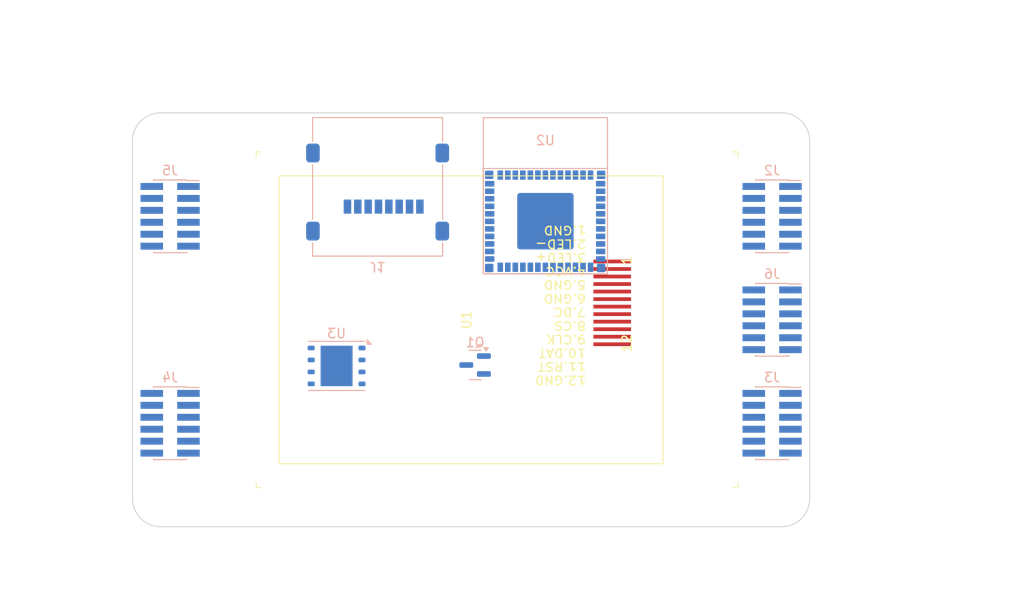
<source format=kicad_pcb>
(kicad_pcb (version 20240108) (generator "pcbnew") (generator_version "8.0")
  (layers (0 "F.Cu" signal) (31 "B.Cu" signal) (34 "B.Paste" user) (35 "F.Paste" user) (36 "B.SilkS" user "B.Silkscreen") (37 "F.SilkS" user "F.Silkscreen") (38 "B.Mask" user) (39 "F.Mask" user) (44 "Edge.Cuts" user))
  (net 0 "")
  (net 4 "GND")
  (net 5 "VCC")
  (net 6 "/SD1_D3")
  (net 7 "/SD1_CMD")
  (net 8 "/SD1_D2")
  (net 9 "/SD1_D0")
  (net 10 "/SD1_D1")
  (net 11 "/SD1_CLK")
  (net 12 "/ips 320x240/IPS_DC")
  (net 13 "/ips 320x240/IPS_RST")
  (net 14 "/ips 320x240/IPS_SDA")
  (net 15 "/ips 320x240/IPS_CS")
  (net 16 "/ips 320x240/IPS_SCL")
  (net 17 "+3V3")
  (net 18 "+5V")
  (net 19 "/ESP32C3-MINI/GND")
  (net 20 "/ESP32C3-MINI/IO4")
  (net 21 "/ESP32C3-MINI/RXD0")
  (net 23 "/ESP32C3-MINI/IO0")
  (net 79 "Net-(Q1-C)")
  (net 80 "Net-(Q1-B)")
  (net 81 "Net-(U1-LEDK)")
  (net 83 "/ESP32C3-MINI/IO18")
  (net 85 "/ESP32C3-MINI/IO1")
  (net 90 "/ESP32C3-MINI/EN")
  (net 93 "/ESP32C3-MINI/IO9")
  (net 96 "/ESP32C3-MINI/TXD0")
  (net 97 "/ESP32C3-MINI/IO19")
  (net 98 "/ESP32C3-MINI/IO6")
  (net 99 "/ESP32C3-MINI/IO3")
  (net 100 "/ESP32C3-MINI/3v3")
  (net 101 "/ESP32C3-MINI/IO7")
  (net 102 "/ESP32C3-MINI/IO8")
  (net 104 "/ESP32C3-MINI/IO10")
  (net 108 "/ESP32C3-MINI/IO5")
  (net 109 "/ESP32C3-MINI/IO2")
  (net 110 "/SPI_Flash/SPI_Flash_MISO")
  (net 111 "/SPI_Flash/SPI_Flash_MOSI")
  (net 112 "/SPI_Flash/SPI_Flash_CLK")
  (net 113 "/SPI_Flash/SPI_Flash_CS")
  (footprint "MountingHole:MountingHole_2.2mm_M2" (layer "F.Cu") (at 168 111)
    (property "Reference" "H4" (hide yes))
    (property "Value" "MountingHole")
    (pad "" np_thru_hole circle (at 0 0) (size 2.2 2.2) (drill 2.2) (layers "F&B.Cu" "*.Mask"))
  )
  (footprint "MountingHole:MountingHole_2.2mm_M2" (layer "F.Cu") (at 102 73)
    (property "Reference" "H1" (hide yes))
    (property "Value" "MountingHole")
    (pad "" np_thru_hole circle (at 0 0) (size 2.2 2.2) (drill 2.2) (layers "F&B.Cu" "*.Mask"))
  )
  (footprint "MountingHole:MountingHole_2.2mm_M2" (layer "F.Cu") (at 102 111)
    (property "Reference" "H2" (hide yes))
    (property "Value" "MountingHole")
    (pad "" np_thru_hole circle (at 0 0) (size 2.2 2.2) (drill 2.2) (layers "F&B.Cu" "*.Mask"))
  )
  (footprint "my_footprint:ips_2.0_240x320_12p" (layer "F.Cu") (at 135 92 90)
    (property "Reference" "U1" (at 0 -0.5 90) (layer "F.SilkS"))
    (property "Value" "~")
    (fp_line (start 17.85 -22.84) (end 17.35 -22.84) (stroke (width 0.1)) (layer "F.SilkS"))
    (fp_line (start 17.85 -22.84) (end 17.85 -22.34) (stroke (width 0.1)) (layer "F.SilkS"))
    (fp_line (start -17.85 -22.84) (end -17.35 -22.84) (stroke (width 0.1)) (layer "F.SilkS"))
    (fp_line (start -17.85 -22.84) (end -17.85 -22.34) (stroke (width 0.1)) (layer "F.SilkS"))
    (fp_line (start 15.3 -20.4) (end 15.3 20.4) (stroke (width 0.1)) (layer "F.SilkS"))
    (fp_line (start -15.3 -20.4) (end 15.3 -20.4) (stroke (width 0.1)) (layer "F.SilkS"))
    (fp_line (start 15.3 20.4) (end -15.3 20.4) (stroke (width 0.1)) (layer "F.SilkS"))
    (fp_line (start -15.3 20.4) (end -15.3 -20.4) (stroke (width 0.1)) (layer "F.SilkS"))
    (fp_line (start 17.85 28.36) (end 17.85 27.86) (stroke (width 0.1)) (layer "F.SilkS"))
    (fp_line (start 17.85 28.36) (end 17.35 28.36) (stroke (width 0.1)) (layer "F.SilkS"))
    (fp_line (start -17.85 28.36) (end -17.85 27.86) (stroke (width 0.1)) (layer "F.SilkS"))
    (fp_line (start -17.85 28.36) (end -17.35 28.36) (stroke (width 0.1)) (layer "F.SilkS"))
    (fp_text user "12" (at -3.556 17.145 90) (layer "F.SilkS") (effects (justify left bottom)))
    (fp_text user "1" (at 5.715 17.145 90) (layer "F.SilkS") (effects (justify left bottom)))
    (fp_text_box "12.GND\n11.RST\n10.DAT\n9.CLK\n8.CS\n7.DC\n6.GND\n5.GND\n4.VCC\n3.LED+\n2.LED-\n1.GND" (start -7.62 4.719) (end 6.096 12.974) (angle 90) (layer "F.SilkS") (effects (font (size 0.9 1)) (justify left top)) (border no))
    (pad "" np_thru_hole circle (at -3.2 19.37 90) (size 1 1) (drill 1) (layers "F&B.Cu" "*.Mask"))
    (pad "" np_thru_hole circle (at 6.81 19.36 90) (size 1 1) (drill 1) (layers "F&B.Cu" "*.Mask"))
    (pad "1" smd rect (at 6.2 15 270) (size 0.4 4) (layers "F.Cu" "F.Paste" "F.Mask") (net 4 "GND"))
    (pad "2" smd rect (at 5.4 15 270) (size 0.4 4) (layers "F.Cu" "F.Paste" "F.Mask") (net 81 "Net-(U1-LEDK)"))
    (pad "3" smd rect (at 4.6 15 270) (size 0.4 4) (layers "F.Cu" "F.Paste" "F.Mask") (net 5 "VCC"))
    (pad "4" smd rect (at 3.8 15 270) (size 0.4 4) (layers "F.Cu" "F.Paste" "F.Mask") (net 5 "VCC"))
    (pad "5" smd rect (at 3 15 270) (size 0.4 4) (layers "F.Cu" "F.Paste" "F.Mask") (net 4 "GND"))
    (pad "6" smd rect (at 2.2 15 270) (size 0.4 4) (layers "F.Cu" "F.Paste" "F.Mask") (net 4 "GND"))
    (pad "7" smd rect (at 1.4 15 270) (size 0.4 4) (layers "F.Cu" "F.Paste" "F.Mask") (net 12 "/ips 320x240/IPS_DC"))
    (pad "8" smd rect (at 0.6 15 270) (size 0.4 4) (layers "F.Cu" "F.Paste" "F.Mask") (net 15 "/ips 320x240/IPS_CS"))
    (pad "9" smd rect (at -0.2 15 270) (size 0.4 4) (layers "F.Cu" "F.Paste" "F.Mask") (net 16 "/ips 320x240/IPS_SCL"))
    (pad "10" smd rect (at -1 15 270) (size 0.4 4) (layers "F.Cu" "F.Paste" "F.Mask") (net 14 "/ips 320x240/IPS_SDA"))
    (pad "11" smd rect (at -1.8 15 270) (size 0.4 4) (layers "F.Cu" "F.Paste" "F.Mask") (net 13 "/ips 320x240/IPS_RST"))
    (pad "12" smd rect (at -2.6 15 270) (size 0.4 4) (layers "F.Cu" "F.Paste" "F.Mask") (net 4 "GND"))
  )
  (footprint "MountingHole:MountingHole_2.2mm_M2" (layer "F.Cu") (at 168 73)
    (property "Reference" "H3" (hide yes))
    (property "Value" "MountingHole")
    (pad "" np_thru_hole circle (at 0 0) (size 2.2 2.2) (drill 2.2) (layers "F&B.Cu" "*.Mask"))
  )
  (footprint "Connector_PinHeader_1.27mm:PinHeader_2x06_P1.27mm_Vertical_SMD" (layer "B.Cu") (at 167 92 180)
    (property "Reference" "J6" (at 0 4.87 180) (layer "B.SilkS") (effects (justify mirror)))
    (property "Value" "Conn_02x06_Odd_Even")
    (fp_line (start 1.765 3.87) (end -1.765 3.87) (stroke (width 0.12)) (layer "B.SilkS"))
    (fp_line (start 1.765 3.805) (end 1.765 3.87) (stroke (width 0.12)) (layer "B.SilkS"))
    (fp_line (start 1.765 -3.87) (end 1.765 -3.805) (stroke (width 0.12)) (layer "B.SilkS"))
    (fp_line (start 1.765 -3.87) (end -1.765 -3.87) (stroke (width 0.12)) (layer "B.SilkS"))
    (fp_line (start -1.765 3.805) (end -1.765 3.87) (stroke (width 0.12)) (layer "B.SilkS"))
    (fp_line (start -1.765 3.805) (end -3.09 3.805) (stroke (width 0.12)) (layer "B.SilkS"))
    (fp_line (start -1.765 -3.87) (end -1.765 -3.805) (stroke (width 0.12)) (layer "B.SilkS"))
    (pad "1" smd rect (at -1.95 3.175 180) (size 2.4 0.74) (layers "B.Cu" "B.Paste" "B.Mask"))
    (pad "2" smd rect (at 1.95 3.175 180) (size 2.4 0.74) (layers "B.Cu" "B.Paste" "B.Mask"))
    (pad "3" smd rect (at -1.95 1.905 180) (size 2.4 0.74) (layers "B.Cu" "B.Paste" "B.Mask"))
    (pad "4" smd rect (at 1.95 1.905 180) (size 2.4 0.74) (layers "B.Cu" "B.Paste" "B.Mask"))
    (pad "5" smd rect (at -1.95 0.635 180) (size 2.4 0.74) (layers "B.Cu" "B.Paste" "B.Mask"))
    (pad "6" smd rect (at 1.95 0.635 180) (size 2.4 0.74) (layers "B.Cu" "B.Paste" "B.Mask"))
    (pad "7" smd rect (at -1.95 -0.635 180) (size 2.4 0.74) (layers "B.Cu" "B.Paste" "B.Mask"))
    (pad "8" smd rect (at 1.95 -0.635 180) (size 2.4 0.74) (layers "B.Cu" "B.Paste" "B.Mask"))
    (pad "9" smd rect (at -1.95 -1.905 180) (size 2.4 0.74) (layers "B.Cu" "B.Paste" "B.Mask"))
    (pad "10" smd rect (at 1.95 -1.905 180) (size 2.4 0.74) (layers "B.Cu" "B.Paste" "B.Mask"))
    (pad "11" smd rect (at -1.95 -3.175 180) (size 2.4 0.74) (layers "B.Cu" "B.Paste" "B.Mask"))
    (pad "12" smd rect (at 1.95 -3.175 180) (size 2.4 0.74) (layers "B.Cu" "B.Paste" "B.Mask"))
  )
  (footprint "Connector_PinHeader_1.27mm:PinHeader_2x06_P1.27mm_Vertical_SMD" (layer "B.Cu") (at 103 103 180)
    (property "Reference" "J4" (at 0 4.87 180) (layer "B.SilkS") (effects (justify mirror)))
    (property "Value" "Conn_02x06_Odd_Even")
    (fp_line (start 1.765 3.87) (end -1.765 3.87) (stroke (width 0.12)) (layer "B.SilkS"))
    (fp_line (start 1.765 3.805) (end 1.765 3.87) (stroke (width 0.12)) (layer "B.SilkS"))
    (fp_line (start 1.765 -3.87) (end 1.765 -3.805) (stroke (width 0.12)) (layer "B.SilkS"))
    (fp_line (start 1.765 -3.87) (end -1.765 -3.87) (stroke (width 0.12)) (layer "B.SilkS"))
    (fp_line (start -1.765 3.805) (end -1.765 3.87) (stroke (width 0.12)) (layer "B.SilkS"))
    (fp_line (start -1.765 3.805) (end -3.09 3.805) (stroke (width 0.12)) (layer "B.SilkS"))
    (fp_line (start -1.765 -3.87) (end -1.765 -3.805) (stroke (width 0.12)) (layer "B.SilkS"))
    (pad "1" smd rect (at -1.95 3.175 180) (size 2.4 0.74) (layers "B.Cu" "B.Paste" "B.Mask"))
    (pad "2" smd rect (at 1.95 3.175 180) (size 2.4 0.74) (layers "B.Cu" "B.Paste" "B.Mask"))
    (pad "3" smd rect (at -1.95 1.905 180) (size 2.4 0.74) (layers "B.Cu" "B.Paste" "B.Mask"))
    (pad "4" smd rect (at 1.95 1.905 180) (size 2.4 0.74) (layers "B.Cu" "B.Paste" "B.Mask"))
    (pad "5" smd rect (at -1.95 0.635 180) (size 2.4 0.74) (layers "B.Cu" "B.Paste" "B.Mask"))
    (pad "6" smd rect (at 1.95 0.635 180) (size 2.4 0.74) (layers "B.Cu" "B.Paste" "B.Mask"))
    (pad "7" smd rect (at -1.95 -0.635 180) (size 2.4 0.74) (layers "B.Cu" "B.Paste" "B.Mask"))
    (pad "8" smd rect (at 1.95 -0.635 180) (size 2.4 0.74) (layers "B.Cu" "B.Paste" "B.Mask"))
    (pad "9" smd rect (at -1.95 -1.905 180) (size 2.4 0.74) (layers "B.Cu" "B.Paste" "B.Mask"))
    (pad "10" smd rect (at 1.95 -1.905 180) (size 2.4 0.74) (layers "B.Cu" "B.Paste" "B.Mask"))
    (pad "11" smd rect (at -1.95 -3.175 180) (size 2.4 0.74) (layers "B.Cu" "B.Paste" "B.Mask"))
    (pad "12" smd rect (at 1.95 -3.175 180) (size 2.4 0.74) (layers "B.Cu" "B.Paste" "B.Mask"))
  )
  (footprint "Connector_PinHeader_1.27mm:PinHeader_2x06_P1.27mm_Vertical_SMD" (layer "B.Cu") (at 167 81 180)
    (property "Reference" "J2" (at 0 4.87 180) (layer "B.SilkS") (effects (justify mirror)))
    (property "Value" "Conn_02x06_Odd_Even")
    (fp_line (start 1.765 3.87) (end -1.765 3.87) (stroke (width 0.12)) (layer "B.SilkS"))
    (fp_line (start 1.765 3.805) (end 1.765 3.87) (stroke (width 0.12)) (layer "B.SilkS"))
    (fp_line (start 1.765 -3.87) (end 1.765 -3.805) (stroke (width 0.12)) (layer "B.SilkS"))
    (fp_line (start 1.765 -3.87) (end -1.765 -3.87) (stroke (width 0.12)) (layer "B.SilkS"))
    (fp_line (start -1.765 3.805) (end -1.765 3.87) (stroke (width 0.12)) (layer "B.SilkS"))
    (fp_line (start -1.765 3.805) (end -3.09 3.805) (stroke (width 0.12)) (layer "B.SilkS"))
    (fp_line (start -1.765 -3.87) (end -1.765 -3.805) (stroke (width 0.12)) (layer "B.SilkS"))
    (pad "1" smd rect (at -1.95 3.175 180) (size 2.4 0.74) (layers "B.Cu" "B.Paste" "B.Mask"))
    (pad "2" smd rect (at 1.95 3.175 180) (size 2.4 0.74) (layers "B.Cu" "B.Paste" "B.Mask"))
    (pad "3" smd rect (at -1.95 1.905 180) (size 2.4 0.74) (layers "B.Cu" "B.Paste" "B.Mask"))
    (pad "4" smd rect (at 1.95 1.905 180) (size 2.4 0.74) (layers "B.Cu" "B.Paste" "B.Mask"))
    (pad "5" smd rect (at -1.95 0.635 180) (size 2.4 0.74) (layers "B.Cu" "B.Paste" "B.Mask"))
    (pad "6" smd rect (at 1.95 0.635 180) (size 2.4 0.74) (layers "B.Cu" "B.Paste" "B.Mask"))
    (pad "7" smd rect (at -1.95 -0.635 180) (size 2.4 0.74) (layers "B.Cu" "B.Paste" "B.Mask"))
    (pad "8" smd rect (at 1.95 -0.635 180) (size 2.4 0.74) (layers "B.Cu" "B.Paste" "B.Mask"))
    (pad "9" smd rect (at -1.95 -1.905 180) (size 2.4 0.74) (layers "B.Cu" "B.Paste" "B.Mask") (net 17 "+3V3"))
    (pad "10" smd rect (at 1.95 -1.905 180) (size 2.4 0.74) (layers "B.Cu" "B.Paste" "B.Mask") (net 18 "+5V"))
    (pad "11" smd rect (at -1.95 -3.175 180) (size 2.4 0.74) (layers "B.Cu" "B.Paste" "B.Mask") (net 4 "GND"))
    (pad "12" smd rect (at 1.95 -3.175 180) (size 2.4 0.74) (layers "B.Cu" "B.Paste" "B.Mask") (net 4 "GND"))
  )
  (footprint "Connector_PinHeader_1.27mm:PinHeader_2x06_P1.27mm_Vertical_SMD" (layer "B.Cu") (at 103 81 180)
    (property "Reference" "J5" (at 0 4.87 180) (layer "B.SilkS") (effects (justify mirror)))
    (property "Value" "Conn_02x06_Odd_Even")
    (fp_line (start 1.765 3.87) (end -1.765 3.87) (stroke (width 0.12)) (layer "B.SilkS"))
    (fp_line (start 1.765 3.805) (end 1.765 3.87) (stroke (width 0.12)) (layer "B.SilkS"))
    (fp_line (start 1.765 -3.87) (end 1.765 -3.805) (stroke (width 0.12)) (layer "B.SilkS"))
    (fp_line (start 1.765 -3.87) (end -1.765 -3.87) (stroke (width 0.12)) (layer "B.SilkS"))
    (fp_line (start -1.765 3.805) (end -1.765 3.87) (stroke (width 0.12)) (layer "B.SilkS"))
    (fp_line (start -1.765 3.805) (end -3.09 3.805) (stroke (width 0.12)) (layer "B.SilkS"))
    (fp_line (start -1.765 -3.87) (end -1.765 -3.805) (stroke (width 0.12)) (layer "B.SilkS"))
    (pad "1" smd rect (at -1.95 3.175 180) (size 2.4 0.74) (layers "B.Cu" "B.Paste" "B.Mask"))
    (pad "2" smd rect (at 1.95 3.175 180) (size 2.4 0.74) (layers "B.Cu" "B.Paste" "B.Mask"))
    (pad "3" smd rect (at -1.95 1.905 180) (size 2.4 0.74) (layers "B.Cu" "B.Paste" "B.Mask"))
    (pad "4" smd rect (at 1.95 1.905 180) (size 2.4 0.74) (layers "B.Cu" "B.Paste" "B.Mask"))
    (pad "5" smd rect (at -1.95 0.635 180) (size 2.4 0.74) (layers "B.Cu" "B.Paste" "B.Mask"))
    (pad "6" smd rect (at 1.95 0.635 180) (size 2.4 0.74) (layers "B.Cu" "B.Paste" "B.Mask"))
    (pad "7" smd rect (at -1.95 -0.635 180) (size 2.4 0.74) (layers "B.Cu" "B.Paste" "B.Mask"))
    (pad "8" smd rect (at 1.95 -0.635 180) (size 2.4 0.74) (layers "B.Cu" "B.Paste" "B.Mask"))
    (pad "9" smd rect (at -1.95 -1.905 180) (size 2.4 0.74) (layers "B.Cu" "B.Paste" "B.Mask"))
    (pad "10" smd rect (at 1.95 -1.905 180) (size 2.4 0.74) (layers "B.Cu" "B.Paste" "B.Mask"))
    (pad "11" smd rect (at -1.95 -3.175 180) (size 2.4 0.74) (layers "B.Cu" "B.Paste" "B.Mask"))
    (pad "12" smd rect (at 1.95 -3.175 180) (size 2.4 0.74) (layers "B.Cu" "B.Paste" "B.Mask"))
  )
  (footprint "Connector_PinHeader_1.27mm:PinHeader_2x06_P1.27mm_Vertical_SMD" (layer "B.Cu") (at 167 103 180)
    (property "Reference" "J3" (at 0 4.87 180) (layer "B.SilkS") (effects (justify mirror)))
    (property "Value" "Conn_02x06_Odd_Even")
    (fp_line (start 1.765 3.87) (end -1.765 3.87) (stroke (width 0.12)) (layer "B.SilkS"))
    (fp_line (start 1.765 3.805) (end 1.765 3.87) (stroke (width 0.12)) (layer "B.SilkS"))
    (fp_line (start 1.765 -3.87) (end 1.765 -3.805) (stroke (width 0.12)) (layer "B.SilkS"))
    (fp_line (start 1.765 -3.87) (end -1.765 -3.87) (stroke (width 0.12)) (layer "B.SilkS"))
    (fp_line (start -1.765 3.805) (end -1.765 3.87) (stroke (width 0.12)) (layer "B.SilkS"))
    (fp_line (start -1.765 3.805) (end -3.09 3.805) (stroke (width 0.12)) (layer "B.SilkS"))
    (fp_line (start -1.765 -3.87) (end -1.765 -3.805) (stroke (width 0.12)) (layer "B.SilkS"))
    (pad "1" smd rect (at -1.95 3.175 180) (size 2.4 0.74) (layers "B.Cu" "B.Paste" "B.Mask"))
    (pad "2" smd rect (at 1.95 3.175 180) (size 2.4 0.74) (layers "B.Cu" "B.Paste" "B.Mask"))
    (pad "3" smd rect (at -1.95 1.905 180) (size 2.4 0.74) (layers "B.Cu" "B.Paste" "B.Mask"))
    (pad "4" smd rect (at 1.95 1.905 180) (size 2.4 0.74) (layers "B.Cu" "B.Paste" "B.Mask"))
    (pad "5" smd rect (at -1.95 0.635 180) (size 2.4 0.74) (layers "B.Cu" "B.Paste" "B.Mask"))
    (pad "6" smd rect (at 1.95 0.635 180) (size 2.4 0.74) (layers "B.Cu" "B.Paste" "B.Mask"))
    (pad "7" smd rect (at -1.95 -0.635 180) (size 2.4 0.74) (layers "B.Cu" "B.Paste" "B.Mask"))
    (pad "8" smd rect (at 1.95 -0.635 180) (size 2.4 0.74) (layers "B.Cu" "B.Paste" "B.Mask"))
    (pad "9" smd rect (at -1.95 -1.905 180) (size 2.4 0.74) (layers "B.Cu" "B.Paste" "B.Mask"))
    (pad "10" smd rect (at 1.95 -1.905 180) (size 2.4 0.74) (layers "B.Cu" "B.Paste" "B.Mask"))
    (pad "11" smd rect (at -1.95 -3.175 180) (size 2.4 0.74) (layers "B.Cu" "B.Paste" "B.Mask"))
    (pad "12" smd rect (at 1.95 -3.175 180) (size 2.4 0.74) (layers "B.Cu" "B.Paste" "B.Mask"))
  )
  (footprint "my_chips:esp32-c3-mini-1" (layer "B.Cu") (at 142.9 70.5145 180)
    (property "Reference" "U2" (at 0 -2.413 0) (layer "B.SilkS") (effects (justify mirror)))
    (property "Value" "esp32-c3-mini-1")
    (fp_rect (start 6.6 -16.6) (end -6.6 0) (stroke (width 0.12)) (fill none) (layer "B.SilkS"))
    (fp_rect (start 6.6 -16.6) (end -6.6 -5.4) (stroke (width 0.12)) (fill none) (layer "B.SilkS"))
    (pad "1" smd roundrect (at -5.875 -7.02 180) (size 1 0.6) (layers "B.Cu" "B.Paste" "B.Mask") (roundrect_rratio 0.1333333333) (net 19 "/ESP32C3-MINI/GND"))
    (pad "2" smd roundrect (at -5.875 -7.82 180) (size 1 0.6) (layers "B.Cu" "B.Paste" "B.Mask") (roundrect_rratio 0.1333333333) (net 19 "/ESP32C3-MINI/GND"))
    (pad "3" smd roundrect (at -5.875 -8.62 180) (size 1 0.6) (layers "B.Cu" "B.Paste" "B.Mask") (roundrect_rratio 0.1333333333) (net 100 "/ESP32C3-MINI/3v3"))
    (pad "4" smd roundrect (at -5.875 -9.42 180) (size 1 0.6) (layers "B.Cu" "B.Paste" "B.Mask") (roundrect_rratio 0.1333333333))
    (pad "5" smd roundrect (at -5.875 -10.22 180) (size 1 0.6) (layers "B.Cu" "B.Paste" "B.Mask") (roundrect_rratio 0.1333333333) (net 109 "/ESP32C3-MINI/IO2"))
    (pad "6" smd roundrect (at -5.875 -11.02 180) (size 1 0.6) (layers "B.Cu" "B.Paste" "B.Mask") (roundrect_rratio 0.1333333333) (net 99 "/ESP32C3-MINI/IO3"))
    (pad "7" smd roundrect (at -5.875 -11.82 180) (size 1 0.6) (layers "B.Cu" "B.Paste" "B.Mask") (roundrect_rratio 0.1333333333))
    (pad "8" smd roundrect (at -5.875 -12.62 180) (size 1 0.6) (layers "B.Cu" "B.Paste" "B.Mask") (roundrect_rratio 0.1333333333) (net 90 "/ESP32C3-MINI/EN"))
    (pad "9" smd roundrect (at -5.875 -13.42 180) (size 1 0.6) (layers "B.Cu" "B.Paste" "B.Mask") (roundrect_rratio 0.1333333333))
    (pad "10" smd roundrect (at -5.875 -14.22 180) (size 1 0.6) (layers "B.Cu" "B.Paste" "B.Mask") (roundrect_rratio 0.1333333333))
    (pad "11" smd roundrect (at -5.875 -15.02 180) (size 1 0.6) (layers "B.Cu" "B.Paste" "B.Mask") (roundrect_rratio 0.1333333333) (net 19 "/ESP32C3-MINI/GND"))
    (pad "12" smd roundrect (at -4.8 -15.9 90) (size 1 0.6) (layers "B.Cu" "B.Paste" "B.Mask") (roundrect_rratio 0.1333333333) (net 23 "/ESP32C3-MINI/IO0"))
    (pad "13" smd roundrect (at -4 -15.9 90) (size 1 0.6) (layers "B.Cu" "B.Paste" "B.Mask") (roundrect_rratio 0.1333333333) (net 85 "/ESP32C3-MINI/IO1"))
    (pad "14" smd roundrect (at -3.2 -15.9 90) (size 1 0.6) (layers "B.Cu" "B.Paste" "B.Mask") (roundrect_rratio 0.1333333333) (net 19 "/ESP32C3-MINI/GND"))
    (pad "15" smd roundrect (at -2.4 -15.9 90) (size 1 0.6) (layers "B.Cu" "B.Paste" "B.Mask") (roundrect_rratio 0.1333333333))
    (pad "16" smd roundrect (at -1.6 -15.9 90) (size 1 0.6) (layers "B.Cu" "B.Paste" "B.Mask") (roundrect_rratio 0.1333333333) (net 104 "/ESP32C3-MINI/IO10"))
    (pad "17" smd roundrect (at -0.8 -15.9 90) (size 1 0.6) (layers "B.Cu" "B.Paste" "B.Mask") (roundrect_rratio 0.1333333333))
    (pad "18" smd roundrect (at 0 -15.9 90) (size 1 0.6) (layers "B.Cu" "B.Paste" "B.Mask") (roundrect_rratio 0.1333333333) (net 20 "/ESP32C3-MINI/IO4"))
    (pad "19" smd roundrect (at 0.8 -15.9 90) (size 1 0.6) (layers "B.Cu" "B.Paste" "B.Mask") (roundrect_rratio 0.1333333333) (net 108 "/ESP32C3-MINI/IO5"))
    (pad "20" smd roundrect (at 1.6 -15.9 90) (size 1 0.6) (layers "B.Cu" "B.Paste" "B.Mask") (roundrect_rratio 0.1333333333) (net 98 "/ESP32C3-MINI/IO6"))
    (pad "21" smd roundrect (at 2.4 -15.9 90) (size 1 0.6) (layers "B.Cu" "B.Paste" "B.Mask") (roundrect_rratio 0.1333333333) (net 101 "/ESP32C3-MINI/IO7"))
    (pad "22" smd roundrect (at 3.2 -15.9 90) (size 1 0.6) (layers "B.Cu" "B.Paste" "B.Mask") (roundrect_rratio 0.1333333333) (net 102 "/ESP32C3-MINI/IO8"))
    (pad "23" smd roundrect (at 4 -15.9 90) (size 1 0.6) (layers "B.Cu" "B.Paste" "B.Mask") (roundrect_rratio 0.1333333333) (net 93 "/ESP32C3-MINI/IO9"))
    (pad "24" smd roundrect (at 4.8 -15.9 90) (size 1 0.6) (layers "B.Cu" "B.Paste" "B.Mask") (roundrect_rratio 0.1333333333))
    (pad "25" smd roundrect (at 5.925 -15.02 180) (size 1 0.6) (layers "B.Cu" "B.Paste" "B.Mask") (roundrect_rratio 0.1333333333))
    (pad "26" smd roundrect (at 5.925 -14.22 180) (size 1 0.6) (layers "B.Cu" "B.Paste" "B.Mask") (roundrect_rratio 0.1333333333) (net 83 "/ESP32C3-MINI/IO18"))
    (pad "27" smd roundrect (at 5.925 -13.42 180) (size 1 0.6) (layers "B.Cu" "B.Paste" "B.Mask") (roundrect_rratio 0.1333333333) (net 97 "/ESP32C3-MINI/IO19"))
    (pad "28" smd roundrect (at 5.925 -12.62 180) (size 1 0.6) (layers "B.Cu" "B.Paste" "B.Mask") (roundrect_rratio 0.1333333333))
    (pad "29" smd roundrect (at 5.925 -11.82 180) (size 1 0.6) (layers "B.Cu" "B.Paste" "B.Mask") (roundrect_rratio 0.1333333333))
    (pad "30" smd roundrect (at 5.925 -11.02 180) (size 1 0.6) (layers "B.Cu" "B.Paste" "B.Mask") (roundrect_rratio 0.1333333333) (net 21 "/ESP32C3-MINI/RXD0"))
    (pad "31" smd roundrect (at 5.925 -10.22 180) (size 1 0.6) (layers "B.Cu" "B.Paste" "B.Mask") (roundrect_rratio 0.1333333333) (net 96 "/ESP32C3-MINI/TXD0"))
    (pad "32" smd roundrect (at 5.925 -9.42 180) (size 1 0.6) (layers "B.Cu" "B.Paste" "B.Mask") (roundrect_rratio 0.1333333333))
    (pad "33" smd roundrect (at 5.925 -8.62 180) (size 1 0.6) (layers "B.Cu" "B.Paste" "B.Mask") (roundrect_rratio 0.1333333333))
    (pad "34" smd roundrect (at 5.925 -7.82 180) (size 1 0.6) (layers "B.Cu" "B.Paste" "B.Mask") (roundrect_rratio 0.1333333333))
    (pad "35" smd roundrect (at 5.925 -7.02 180) (size 1 0.6) (layers "B.Cu" "B.Paste" "B.Mask") (roundrect_rratio 0.1333333333))
    (pad "36" smd roundrect (at 4.8 -6.1 90) (size 1 0.6) (layers "B.Cu" "B.Paste" "B.Mask") (roundrect_rratio 0.1333333333) (net 19 "/ESP32C3-MINI/GND"))
    (pad "37" smd roundrect (at 4 -6.1 90) (size 1 0.6) (layers "B.Cu" "B.Paste" "B.Mask") (roundrect_rratio 0.1333333333) (net 19 "/ESP32C3-MINI/GND"))
    (pad "38" smd roundrect (at 3.2 -6.1 90) (size 1 0.6) (layers "B.Cu" "B.Paste" "B.Mask") (roundrect_rratio 0.1333333333) (net 19 "/ESP32C3-MINI/GND"))
    (pad "39" smd roundrect (at 2.4 -6.1 90) (size 1 0.6) (layers "B.Cu" "B.Paste" "B.Mask") (roundrect_rratio 0.1333333333) (net 19 "/ESP32C3-MINI/GND"))
    (pad "40" smd roundrect (at 1.6 -6.1 90) (size 1 0.6) (layers "B.Cu" "B.Paste" "B.Mask") (roundrect_rratio 0.1333333333) (net 19 "/ESP32C3-MINI/GND"))
    (pad "41" smd roundrect (at 0.8 -6.1 90) (size 1 0.6) (layers "B.Cu" "B.Paste" "B.Mask") (roundrect_rratio 0.1333333333) (net 19 "/ESP32C3-MINI/GND"))
    (pad "42" smd roundrect (at 0 -6.1 90) (size 1 0.6) (layers "B.Cu" "B.Paste" "B.Mask") (roundrect_rratio 0.1333333333) (net 19 "/ESP32C3-MINI/GND"))
    (pad "43" smd roundrect (at -0.8 -6.1 90) (size 1 0.6) (layers "B.Cu" "B.Paste" "B.Mask") (roundrect_rratio 0.1333333333) (net 19 "/ESP32C3-MINI/GND"))
    (pad "44" smd roundrect (at -1.6 -6.1 90) (size 1 0.6) (layers "B.Cu" "B.Paste" "B.Mask") (roundrect_rratio 0.1333333333) (net 19 "/ESP32C3-MINI/GND"))
    (pad "45" smd roundrect (at -2.4 -6.1 90) (size 1 0.6) (layers "B.Cu" "B.Paste" "B.Mask") (roundrect_rratio 0.1333333333) (net 19 "/ESP32C3-MINI/GND"))
    (pad "46" smd roundrect (at -3.2 -6.1 90) (size 1 0.6) (layers "B.Cu" "B.Paste" "B.Mask") (roundrect_rratio 0.1333333333) (net 19 "/ESP32C3-MINI/GND"))
    (pad "47" smd roundrect (at -4 -6.1 90) (size 1 0.6) (layers "B.Cu" "B.Paste" "B.Mask") (roundrect_rratio 0.1333333333) (net 19 "/ESP32C3-MINI/GND"))
    (pad "48" smd roundrect (at -4.8 -6.1 90) (size 1 0.6) (layers "B.Cu" "B.Paste" "B.Mask") (roundrect_rratio 0.1333333333) (net 19 "/ESP32C3-MINI/GND"))
    (pad "49" smd roundrect (at 0 -11 180) (size 6 6) (layers "B.Cu" "B.Paste" "B.Mask") (roundrect_rratio 0.05263157895) (net 19 "/ESP32C3-MINI/GND"))
    (pad "50" smd roundrect (at 5.975 -6.075 180) (size 0.9 0.9) (layers "B.Cu" "B.Paste" "B.Mask") (roundrect_rratio 0.1333333333) (net 19 "/ESP32C3-MINI/GND"))
    (pad "51" smd roundrect (at 5.975 -15.975 180) (size 0.9 0.9) (layers "B.Cu" "B.Paste" "B.Mask") (roundrect_rratio 0.1333333333) (net 19 "/ESP32C3-MINI/GND"))
    (pad "52" smd roundrect (at -5.925 -15.975 180) (size 0.9 0.9) (layers "B.Cu" "B.Paste" "B.Mask") (roundrect_rratio 0.1333333333) (net 19 "/ESP32C3-MINI/GND"))
    (pad "53" smd roundrect (at -5.925 -6.075 180) (size 0.9 0.9) (layers "B.Cu" "B.Paste" "B.Mask") (roundrect_rratio 0.1333333333) (net 19 "/ESP32C3-MINI/GND"))
  )
  (footprint "Package_SON:WSON-8-1EP_6x5mm_P1.27mm_EP3.4x4.3mm" (layer "B.Cu") (at 120.7 96.905 180)
    (property "Reference" "U3" (at 0 3.45 180) (layer "B.SilkS") (effects (justify mirror)))
    (property "Value" "W25Q32JVZP")
    (fp_line (start 3 2.61) (end -2.99 2.61) (stroke (width 0.12)) (layer "B.SilkS"))
    (fp_line (start 3 -2.61) (end -3 -2.61) (stroke (width 0.12)) (layer "B.SilkS"))
    (fp_poly (pts (xy -3.23 2.31) (xy -3.71 2.31) (xy -3.23 2.79) (xy -3.23 2.31)) (stroke (width 0.12)) (fill solid) (layer "B.SilkS"))
    (pad "1" smd roundrect (at -2.7 1.905 180) (size 0.75 0.5) (layers "B.Cu" "B.Paste" "B.Mask") (net 113 "/SPI_Flash/SPI_Flash_CS"))
    (pad "2" smd roundrect (at -2.7 0.635 180) (size 0.75 0.5) (layers "B.Cu" "B.Paste" "B.Mask") (net 110 "/SPI_Flash/SPI_Flash_MISO"))
    (pad "3" smd roundrect (at -2.7 -0.635 180) (size 0.75 0.5) (layers "B.Cu" "B.Paste" "B.Mask") (net 4 "GND"))
    (pad "4" smd roundrect (at -2.7 -1.905 180) (size 0.75 0.5) (layers "B.Cu" "B.Paste" "B.Mask") (net 4 "GND"))
    (pad "5" smd roundrect (at 2.7 -1.905 180) (size 0.75 0.5) (layers "B.Cu" "B.Paste" "B.Mask") (net 111 "/SPI_Flash/SPI_Flash_MOSI"))
    (pad "6" smd roundrect (at 2.7 -0.635 180) (size 0.75 0.5) (layers "B.Cu" "B.Paste" "B.Mask") (net 112 "/SPI_Flash/SPI_Flash_CLK"))
    (pad "7" smd roundrect (at 2.7 0.635 180) (size 0.75 0.5) (layers "B.Cu" "B.Paste" "B.Mask") (net 4 "GND"))
    (pad "8" smd roundrect (at 2.7 1.905 180) (size 0.75 0.5) (layers "B.Cu" "B.Paste" "B.Mask") (net 17 "+3V3"))
    (pad "9" smd rect (at 0 0 180) (size 3.4 4.3) (property pad_prop_heatsink) (layers "B.Cu" "B.Mask") (net 4 "GND"))
  )
  (footprint "Package_TO_SOT_SMD:SOT-23" (layer "B.Cu") (at 135.4241 96.807 180)
    (property "Reference" "Q1" (at 0 2.4 180) (layer "B.SilkS") (effects (justify mirror)))
    (property "Value" "S8050")
    (fp_line (start 0.65 1.56) (end 0 1.56) (stroke (width 0.12)) (layer "B.SilkS"))
    (fp_line (start 0.65 -1.56) (end 0 -1.56) (stroke (width 0.12)) (layer "B.SilkS"))
    (fp_line (start -0.65 1.56) (end 0 1.56) (stroke (width 0.12)) (layer "B.SilkS"))
    (fp_line (start -0.65 -1.56) (end 0 -1.56) (stroke (width 0.12)) (layer "B.SilkS"))
    (fp_poly (pts (xy -1.1625 1.51) (xy -1.4025 1.84) (xy -0.9225 1.84) (xy -1.1625 1.51)) (stroke (width 0.12)) (fill solid) (layer "B.SilkS"))
    (pad "1" smd roundrect (at -0.9375 0.95 180) (size 1.475 0.6) (layers "B.Cu" "B.Paste" "B.Mask") (net 4 "GND"))
    (pad "2" smd roundrect (at -0.9375 -0.95 180) (size 1.475 0.6) (layers "B.Cu" "B.Paste" "B.Mask") (net 80 "Net-(Q1-B)"))
    (pad "3" smd roundrect (at 0.9375 0 180) (size 1.475 0.6) (layers "B.Cu" "B.Paste" "B.Mask") (net 79 "Net-(Q1-C)"))
  )
  (footprint "Connector_Card:microSD_HC_Molex_47219-2001" (layer "B.Cu") (at 125.0586 77.8688)
    (property "Reference" "J1" (at 0 8.5 180) (layer "B.SilkS") (effects (justify mirror)))
    (property "Value" "Micro_SD_Card")
    (fp_line (start -6.91 -7.36) (end -6.91 -4.86) (stroke (width 0.12)) (layer "B.SilkS"))
    (fp_line (start -6.91 3.44) (end -6.91 -2.34) (stroke (width 0.12)) (layer "B.SilkS"))
    (fp_line (start -6.91 5.96) (end -6.91 7.36) (stroke (width 0.12)) (layer "B.SilkS"))
    (fp_line (start 6.91 -7.36) (end -6.91 -7.36) (stroke (width 0.12)) (layer "B.SilkS"))
    (fp_line (start 6.91 -7.36) (end 6.91 -4.86) (stroke (width 0.12)) (layer "B.SilkS"))
    (fp_line (start 6.91 -2.34) (end 6.91 3.44) (stroke (width 0.12)) (layer "B.SilkS"))
    (fp_line (start 6.91 5.96) (end 6.91 7.36) (stroke (width 0.12)) (layer "B.SilkS"))
    (fp_line (start 6.91 7.36) (end -6.91 7.36) (stroke (width 0.12)) (layer "B.SilkS"))
    (pad "1" smd rect (at -3.205 2.1) (size 0.8 1.5) (layers "B.Cu" "B.Paste" "B.Mask") (net 8 "/SD1_D2"))
    (pad "2" smd rect (at -2.105 2.1) (size 0.8 1.5) (layers "B.Cu" "B.Paste" "B.Mask") (net 6 "/SD1_D3"))
    (pad "3" smd rect (at -1.005 2.1) (size 0.8 1.5) (layers "B.Cu" "B.Paste" "B.Mask") (net 7 "/SD1_CMD"))
    (pad "4" smd rect (at 0.095 2.1) (size 0.8 1.5) (layers "B.Cu" "B.Paste" "B.Mask"))
    (pad "5" smd rect (at 1.195 2.1) (size 0.8 1.5) (layers "B.Cu" "B.Paste" "B.Mask") (net 11 "/SD1_CLK"))
    (pad "6" smd rect (at 2.295 2.1) (size 0.8 1.5) (layers "B.Cu" "B.Paste" "B.Mask"))
    (pad "7" smd rect (at 3.395 2.1) (size 0.8 1.5) (layers "B.Cu" "B.Paste" "B.Mask") (net 9 "/SD1_D0"))
    (pad "8" smd rect (at 4.495 2.1) (size 0.8 1.5) (layers "B.Cu" "B.Paste" "B.Mask") (net 10 "/SD1_D1"))
    (pad "9" smd roundrect (at -6.875 -3.6) (size 1.45 2) (layers "B.Cu" "B.Paste" "B.Mask"))
    (pad "9" smd roundrect (at -6.875 4.7) (size 1.45 2) (layers "B.Cu" "B.Paste" "B.Mask"))
    (pad "9" smd roundrect (at 6.875 -3.6) (size 1.45 2) (layers "B.Cu" "B.Paste" "B.Mask"))
    (pad "9" smd roundrect (at 6.875 4.7) (size 1.45 2) (layers "B.Cu" "B.Paste" "B.Mask"))
  )
  (gr_arc (start 171 111) (mid 170.12132 113.12132) (end 168 114) (stroke (width 0.1)) (layer "Edge.Cuts"))
  (gr_line (start 99 111) (end 99 73) (stroke (width 0.1)) (layer "Edge.Cuts"))
  (gr_line (start 168 114) (end 102 114) (stroke (width 0.1)) (layer "Edge.Cuts"))
  (gr_arc (start 99 73) (mid 99.87868 70.87868) (end 102 70) (stroke (width 0.1)) (layer "Edge.Cuts"))
  (gr_arc (start 168 70) (mid 170.12132 70.87868) (end 171 73) (stroke (width 0.1)) (layer "Edge.Cuts"))
  (gr_line (start 102 70) (end 168 70) (stroke (width 0.1)) (layer "Edge.Cuts"))
  (gr_arc (start 102 114) (mid 99.87868 113.12132) (end 99 111) (stroke (width 0.1)) (layer "Edge.Cuts"))
  (gr_line (start 171 73) (end 171 111) (stroke (width 0.1)) (layer "Edge.Cuts"))
)
</source>
